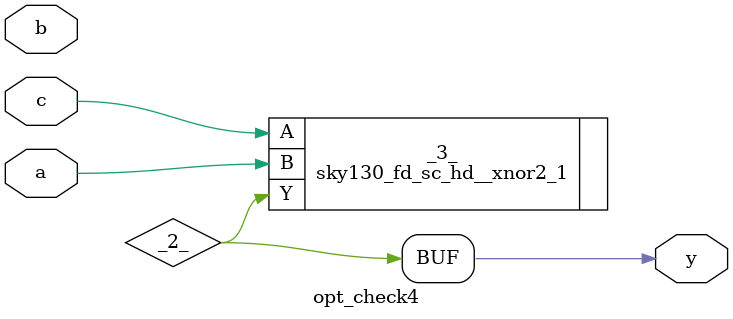
<source format=v>
/* Generated by Yosys 0.57+218 (git sha1 7ebd97216, g++ 13.3.0-6ubuntu2~24.04 -fPIC -O3) */

module opt_check4(a, b, c, y);
  input a;
  wire a;
  input b;
  wire b;
  input c;
  wire c;
  output y;
  wire y;
  wire _0_;
  wire _1_;
  wire _2_;
  sky130_fd_sc_hd__xnor2_1 _3_ (
    .A(_1_),
    .B(_0_),
    .Y(_2_)
  );
  assign _1_ = c;
  assign _0_ = a;
  assign y = _2_;
endmodule

</source>
